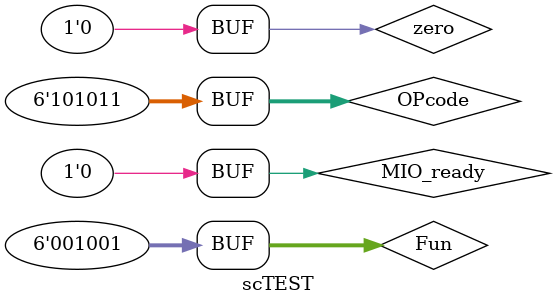
<source format=v>
`timescale 1ns / 1ps


module scTEST;

	// Inputs
	reg [5:0] OPcode;
	reg [5:0] Fun;
	reg MIO_ready;
	reg zero;

	// Outputs
	wire RegDst;
	wire ALUSrc_B;
	wire [1:0] DatatoReg;
	wire Jal;
	wire [1:0] Branch;
	wire RegWrite;
	wire mem_w;
	wire [2:0] ALU_Control;
	wire CPU_MIO;

	// Instantiate the Unit Under Test (UUT)
	SCPU_ctrl uut (
		.OPcode(OPcode), 
		.Fun(Fun), 
		.MIO_ready(MIO_ready), 
		.zero(zero), 
		.RegDst(RegDst), 
		.ALUSrc_B(ALUSrc_B), 
		.DatatoReg(DatatoReg), 
		.Jal(Jal), 
		.Branch(Branch), 
		.RegWrite(RegWrite), 
		.mem_w(mem_w), 
		.ALU_Control(ALU_Control), 
		.CPU_MIO(CPU_MIO)
	);

	initial begin
		// Initialize Inputs
		OPcode = 0;
		Fun = 0;
		MIO_ready = 0;
		zero = 0;

		// Wait 100 ns for global reset to finish
		#100;
		OPcode=6'b000000;
		Fun=6'b100000;#10;
		Fun=6'b100010;#10;
		Fun=6'b100100;#10;
		Fun=6'b100101;#10;
		Fun=6'b100110;#10;
		Fun=6'b100111;#10;
		Fun=6'b101010;#10;
		Fun=6'b000000;#10;
		Fun=6'b000010;#10;
		Fun=6'b001000;#10;
		Fun=6'b001001;#10;
		OPcode=6'b000100;#10;
		OPcode=6'b000101;#10;
		OPcode=6'b001000;#10;
		OPcode=6'b001010;#10;
		OPcode=6'b001100;#10;
		OPcode=6'b001101;#10;
		OPcode=6'b001110;#10;
		OPcode=6'b001111;#10;
		OPcode=6'b000010;#10;
		OPcode=6'b000011;#10;
		OPcode=6'b100011;#10;
		OPcode=6'b101011;#10;
        
		// Add stimulus here

	end
      
endmodule


</source>
